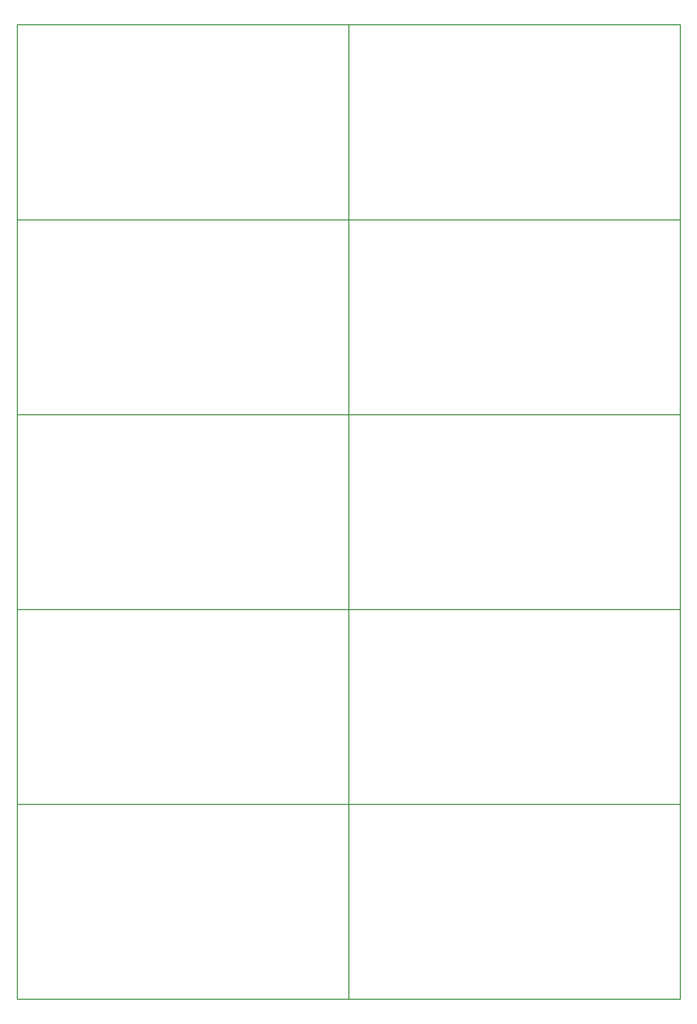
<source format=gko>
G04*
G04 #@! TF.GenerationSoftware,Altium Limited,Altium Designer,19.1.8 (144)*
G04*
G04 Layer_Color=16711935*
%FSLAX43Y43*%
%MOMM*%
G71*
G01*
G75*
%ADD33C,0.254*%
D33*
X0Y188000D02*
Y235000D01*
Y188000D02*
X80000D01*
X0Y235000D02*
X80000D01*
Y188000D02*
Y235000D01*
X0Y141000D02*
Y188000D01*
Y141000D02*
X80000D01*
X0Y188000D02*
X80000D01*
Y141000D02*
Y188000D01*
X0Y94000D02*
Y141000D01*
Y94000D02*
X80000D01*
X0Y141000D02*
X80000D01*
Y94000D02*
Y141000D01*
X0Y47000D02*
Y94000D01*
Y47000D02*
X80000D01*
X0Y94000D02*
X80000D01*
Y47000D02*
Y94000D01*
Y188000D02*
Y235000D01*
Y188000D02*
X160000D01*
X80000Y235000D02*
X160000D01*
Y188000D02*
Y235000D01*
X80000Y141000D02*
Y188000D01*
Y141000D02*
X160000D01*
X80000Y188000D02*
X160000D01*
Y141000D02*
Y188000D01*
X80000Y94000D02*
Y141000D01*
Y94000D02*
X160000D01*
X80000Y141000D02*
X160000D01*
Y94000D02*
Y141000D01*
X80000Y47000D02*
Y94000D01*
Y47000D02*
X160000D01*
X80000Y94000D02*
X160000D01*
Y47000D02*
Y94000D01*
X80000Y0D02*
Y47000D01*
Y0D02*
X160000D01*
X80000Y47000D02*
X160000D01*
Y0D02*
Y47000D01*
X0Y0D02*
Y47000D01*
Y0D02*
X80000D01*
X0Y47000D02*
X80000D01*
Y0D02*
Y47000D01*
Y0D02*
Y47000D01*
X0D02*
X80000D01*
X0Y0D02*
X80000D01*
X0D02*
Y47000D01*
X160000Y0D02*
Y47000D01*
X80000D02*
X160000D01*
X80000Y0D02*
X160000D01*
X80000D02*
Y47000D01*
Y94000D01*
X0D02*
X80000D01*
X0Y47000D02*
X80000D01*
X0D02*
Y94000D01*
X160000Y47000D02*
Y94000D01*
X80000D02*
X160000D01*
X80000Y47000D02*
X160000D01*
X80000D02*
Y94000D01*
Y141000D01*
X0D02*
X80000D01*
X0Y94000D02*
X80000D01*
X0D02*
Y141000D01*
X160000Y94000D02*
Y141000D01*
X80000D02*
X160000D01*
X80000Y94000D02*
X160000D01*
X80000D02*
Y141000D01*
Y188000D01*
X0D02*
X80000D01*
X0Y141000D02*
X80000D01*
X0D02*
Y188000D01*
X160000Y141000D02*
Y188000D01*
X80000D02*
X160000D01*
X80000Y141000D02*
X160000D01*
X80000D02*
Y188000D01*
Y235000D01*
X0D02*
X80000D01*
X0Y188000D02*
X80000D01*
X0D02*
Y235000D01*
X160000Y188000D02*
Y235000D01*
X80000D02*
X160000D01*
X80000Y188000D02*
X160000D01*
X80000D02*
Y235000D01*
M02*

</source>
